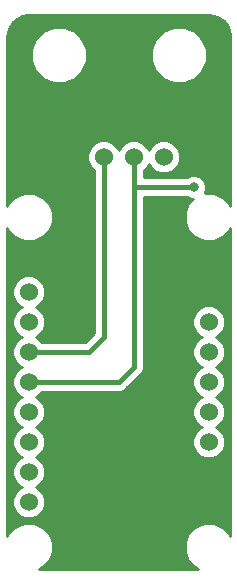
<source format=gbr>
G04 #@! TF.GenerationSoftware,KiCad,Pcbnew,(5.0.2)-1*
G04 #@! TF.CreationDate,2019-04-19T09:33:48-05:00*
G04 #@! TF.ProjectId,LSM9DS1Breakout_Hardware,4c534d39-4453-4314-9272-65616b6f7574,rev?*
G04 #@! TF.SameCoordinates,Original*
G04 #@! TF.FileFunction,Copper,L2,Bot*
G04 #@! TF.FilePolarity,Positive*
%FSLAX46Y46*%
G04 Gerber Fmt 4.6, Leading zero omitted, Abs format (unit mm)*
G04 Created by KiCad (PCBNEW (5.0.2)-1) date 4/19/2019 9:33:48 AM*
%MOMM*%
%LPD*%
G01*
G04 APERTURE LIST*
G04 #@! TA.AperFunction,ComponentPad*
%ADD10C,1.524000*%
G04 #@! TD*
G04 #@! TA.AperFunction,ViaPad*
%ADD11C,0.800000*%
G04 #@! TD*
G04 #@! TA.AperFunction,Conductor*
%ADD12C,0.381000*%
G04 #@! TD*
G04 #@! TA.AperFunction,Conductor*
%ADD13C,0.254000*%
G04 #@! TD*
G04 APERTURE END LIST*
D10*
G04 #@! TO.P,Conn1,1*
G04 #@! TO.N,+5V*
X125730000Y-36830000D03*
G04 #@! TO.P,Conn1,2*
G04 #@! TO.N,SCL*
X128270000Y-36830000D03*
G04 #@! TO.P,Conn1,3*
G04 #@! TO.N,SDA*
X130810000Y-36830000D03*
G04 #@! TO.P,Conn1,4*
G04 #@! TO.N,GND*
X133350000Y-36830000D03*
G04 #@! TD*
G04 #@! TO.P,U1,1*
G04 #@! TO.N,+5V*
X121920000Y-45720000D03*
G04 #@! TO.P,U1,2*
G04 #@! TO.N,Net-(U1-Pad2)*
X121920000Y-48260000D03*
G04 #@! TO.P,U1,3*
G04 #@! TO.N,GND*
X121920000Y-50800000D03*
G04 #@! TO.P,U1,4*
G04 #@! TO.N,SCL*
X121920000Y-53340000D03*
G04 #@! TO.P,U1,5*
G04 #@! TO.N,SDA*
X121920000Y-55880000D03*
G04 #@! TO.P,U1,6*
G04 #@! TO.N,Net-(U1-Pad6)*
X121920000Y-58420000D03*
G04 #@! TO.P,U1,7*
G04 #@! TO.N,Net-(U1-Pad7)*
X121920000Y-60960000D03*
G04 #@! TO.P,U1,8*
G04 #@! TO.N,Net-(U1-Pad8)*
X121920000Y-63500000D03*
G04 #@! TO.P,U1,9*
G04 #@! TO.N,Net-(U1-Pad9)*
X121920000Y-66040000D03*
G04 #@! TO.P,U1,10*
G04 #@! TO.N,Net-(U1-Pad10)*
X137160000Y-50800000D03*
G04 #@! TO.P,U1,11*
G04 #@! TO.N,Net-(U1-Pad11)*
X137160000Y-53340000D03*
G04 #@! TO.P,U1,12*
G04 #@! TO.N,Net-(U1-Pad12)*
X137160000Y-55880000D03*
G04 #@! TO.P,U1,13*
G04 #@! TO.N,Net-(U1-Pad13)*
X137160000Y-58420000D03*
G04 #@! TO.P,U1,14*
G04 #@! TO.N,N/C*
X137160000Y-60960000D03*
G04 #@! TD*
D11*
G04 #@! TO.N,SDA*
X135890000Y-39370000D03*
G04 #@! TD*
D12*
G04 #@! TO.N,SCL*
X127000000Y-53340000D02*
X128270000Y-52070000D01*
X127000000Y-53340000D02*
X121920000Y-53340000D01*
X128270000Y-36830000D02*
X128270000Y-52070000D01*
G04 #@! TO.N,SDA*
X130810000Y-54610000D02*
X129540000Y-55880000D01*
X129540000Y-55880000D02*
X128270000Y-55880000D01*
X128270000Y-55880000D02*
X121920000Y-55880000D01*
X135890000Y-39370000D02*
X130810000Y-39370000D01*
X130810000Y-36830000D02*
X130810000Y-39370000D01*
X130810000Y-39370000D02*
X130810000Y-54610000D01*
G04 #@! TD*
D13*
G04 #@! TO.N,+5V*
G36*
X137613698Y-24902958D02*
X138038893Y-25071305D01*
X138408858Y-25340101D01*
X138700356Y-25692462D01*
X138895067Y-26106244D01*
X138987093Y-26588662D01*
X138990001Y-26681195D01*
X138990001Y-41018142D01*
X138882646Y-40758965D01*
X138311035Y-40187354D01*
X137564190Y-39878000D01*
X136799856Y-39878000D01*
X136925000Y-39575874D01*
X136925000Y-39164126D01*
X136767431Y-38783720D01*
X136476280Y-38492569D01*
X136095874Y-38335000D01*
X135684126Y-38335000D01*
X135303720Y-38492569D01*
X135251789Y-38544500D01*
X131635500Y-38544500D01*
X131635500Y-37980157D01*
X131994320Y-37621337D01*
X132080000Y-37414487D01*
X132165680Y-37621337D01*
X132558663Y-38014320D01*
X133072119Y-38227000D01*
X133627881Y-38227000D01*
X134141337Y-38014320D01*
X134534320Y-37621337D01*
X134747000Y-37107881D01*
X134747000Y-36552119D01*
X134534320Y-36038663D01*
X134141337Y-35645680D01*
X133627881Y-35433000D01*
X133072119Y-35433000D01*
X132558663Y-35645680D01*
X132165680Y-36038663D01*
X132080000Y-36245513D01*
X131994320Y-36038663D01*
X131601337Y-35645680D01*
X131087881Y-35433000D01*
X130532119Y-35433000D01*
X130018663Y-35645680D01*
X129625680Y-36038663D01*
X129540000Y-36245513D01*
X129454320Y-36038663D01*
X129061337Y-35645680D01*
X128547881Y-35433000D01*
X127992119Y-35433000D01*
X127478663Y-35645680D01*
X127085680Y-36038663D01*
X126873000Y-36552119D01*
X126873000Y-37107881D01*
X127085680Y-37621337D01*
X127444500Y-37980157D01*
X127444501Y-51728066D01*
X126658068Y-52514500D01*
X123070157Y-52514500D01*
X122711337Y-52155680D01*
X122504487Y-52070000D01*
X122711337Y-51984320D01*
X123104320Y-51591337D01*
X123317000Y-51077881D01*
X123317000Y-50522119D01*
X123104320Y-50008663D01*
X122711337Y-49615680D01*
X122504487Y-49530000D01*
X122711337Y-49444320D01*
X123104320Y-49051337D01*
X123317000Y-48537881D01*
X123317000Y-47982119D01*
X123104320Y-47468663D01*
X122711337Y-47075680D01*
X122197881Y-46863000D01*
X121642119Y-46863000D01*
X121128663Y-47075680D01*
X120735680Y-47468663D01*
X120523000Y-47982119D01*
X120523000Y-48537881D01*
X120735680Y-49051337D01*
X121128663Y-49444320D01*
X121335513Y-49530000D01*
X121128663Y-49615680D01*
X120735680Y-50008663D01*
X120523000Y-50522119D01*
X120523000Y-51077881D01*
X120735680Y-51591337D01*
X121128663Y-51984320D01*
X121335513Y-52070000D01*
X121128663Y-52155680D01*
X120735680Y-52548663D01*
X120523000Y-53062119D01*
X120523000Y-53617881D01*
X120735680Y-54131337D01*
X121128663Y-54524320D01*
X121335513Y-54610000D01*
X121128663Y-54695680D01*
X120735680Y-55088663D01*
X120523000Y-55602119D01*
X120523000Y-56157881D01*
X120735680Y-56671337D01*
X121128663Y-57064320D01*
X121335513Y-57150000D01*
X121128663Y-57235680D01*
X120735680Y-57628663D01*
X120523000Y-58142119D01*
X120523000Y-58697881D01*
X120735680Y-59211337D01*
X121128663Y-59604320D01*
X121335513Y-59690000D01*
X121128663Y-59775680D01*
X120735680Y-60168663D01*
X120523000Y-60682119D01*
X120523000Y-61237881D01*
X120735680Y-61751337D01*
X121128663Y-62144320D01*
X121335513Y-62230000D01*
X121128663Y-62315680D01*
X120735680Y-62708663D01*
X120523000Y-63222119D01*
X120523000Y-63777881D01*
X120735680Y-64291337D01*
X121128663Y-64684320D01*
X121335513Y-64770000D01*
X121128663Y-64855680D01*
X120735680Y-65248663D01*
X120523000Y-65762119D01*
X120523000Y-66317881D01*
X120735680Y-66831337D01*
X121128663Y-67224320D01*
X121642119Y-67437000D01*
X122197881Y-67437000D01*
X122711337Y-67224320D01*
X123104320Y-66831337D01*
X123317000Y-66317881D01*
X123317000Y-65762119D01*
X123104320Y-65248663D01*
X122711337Y-64855680D01*
X122504487Y-64770000D01*
X122711337Y-64684320D01*
X123104320Y-64291337D01*
X123317000Y-63777881D01*
X123317000Y-63222119D01*
X123104320Y-62708663D01*
X122711337Y-62315680D01*
X122504487Y-62230000D01*
X122711337Y-62144320D01*
X123104320Y-61751337D01*
X123317000Y-61237881D01*
X123317000Y-60682119D01*
X123104320Y-60168663D01*
X122711337Y-59775680D01*
X122504487Y-59690000D01*
X122711337Y-59604320D01*
X123104320Y-59211337D01*
X123317000Y-58697881D01*
X123317000Y-58142119D01*
X123104320Y-57628663D01*
X122711337Y-57235680D01*
X122504487Y-57150000D01*
X122711337Y-57064320D01*
X123070157Y-56705500D01*
X129458699Y-56705500D01*
X129540000Y-56721672D01*
X129621301Y-56705500D01*
X129621303Y-56705500D01*
X129862094Y-56657604D01*
X130135152Y-56475152D01*
X130181209Y-56406223D01*
X131336226Y-55251207D01*
X131405152Y-55205152D01*
X131587604Y-54932094D01*
X131635500Y-54691303D01*
X131635500Y-54691299D01*
X131651671Y-54610001D01*
X131635500Y-54528703D01*
X131635500Y-50522119D01*
X135763000Y-50522119D01*
X135763000Y-51077881D01*
X135975680Y-51591337D01*
X136368663Y-51984320D01*
X136575513Y-52070000D01*
X136368663Y-52155680D01*
X135975680Y-52548663D01*
X135763000Y-53062119D01*
X135763000Y-53617881D01*
X135975680Y-54131337D01*
X136368663Y-54524320D01*
X136575513Y-54610000D01*
X136368663Y-54695680D01*
X135975680Y-55088663D01*
X135763000Y-55602119D01*
X135763000Y-56157881D01*
X135975680Y-56671337D01*
X136368663Y-57064320D01*
X136575513Y-57150000D01*
X136368663Y-57235680D01*
X135975680Y-57628663D01*
X135763000Y-58142119D01*
X135763000Y-58697881D01*
X135975680Y-59211337D01*
X136368663Y-59604320D01*
X136575513Y-59690000D01*
X136368663Y-59775680D01*
X135975680Y-60168663D01*
X135763000Y-60682119D01*
X135763000Y-61237881D01*
X135975680Y-61751337D01*
X136368663Y-62144320D01*
X136882119Y-62357000D01*
X137437881Y-62357000D01*
X137951337Y-62144320D01*
X138344320Y-61751337D01*
X138557000Y-61237881D01*
X138557000Y-60682119D01*
X138344320Y-60168663D01*
X137951337Y-59775680D01*
X137744487Y-59690000D01*
X137951337Y-59604320D01*
X138344320Y-59211337D01*
X138557000Y-58697881D01*
X138557000Y-58142119D01*
X138344320Y-57628663D01*
X137951337Y-57235680D01*
X137744487Y-57150000D01*
X137951337Y-57064320D01*
X138344320Y-56671337D01*
X138557000Y-56157881D01*
X138557000Y-55602119D01*
X138344320Y-55088663D01*
X137951337Y-54695680D01*
X137744487Y-54610000D01*
X137951337Y-54524320D01*
X138344320Y-54131337D01*
X138557000Y-53617881D01*
X138557000Y-53062119D01*
X138344320Y-52548663D01*
X137951337Y-52155680D01*
X137744487Y-52070000D01*
X137951337Y-51984320D01*
X138344320Y-51591337D01*
X138557000Y-51077881D01*
X138557000Y-50522119D01*
X138344320Y-50008663D01*
X137951337Y-49615680D01*
X137437881Y-49403000D01*
X136882119Y-49403000D01*
X136368663Y-49615680D01*
X135975680Y-50008663D01*
X135763000Y-50522119D01*
X131635500Y-50522119D01*
X131635500Y-40195500D01*
X135251789Y-40195500D01*
X135303720Y-40247431D01*
X135684126Y-40405000D01*
X135791319Y-40405000D01*
X135437354Y-40758965D01*
X135128000Y-41505810D01*
X135128000Y-42314190D01*
X135437354Y-43061035D01*
X136008965Y-43632646D01*
X136755810Y-43942000D01*
X137564190Y-43942000D01*
X138311035Y-43632646D01*
X138882646Y-43061035D01*
X138990001Y-42801860D01*
X138990000Y-68958140D01*
X138882646Y-68698965D01*
X138311035Y-68127354D01*
X137564190Y-67818000D01*
X136755810Y-67818000D01*
X136008965Y-68127354D01*
X135437354Y-68698965D01*
X135128000Y-69445810D01*
X135128000Y-70254190D01*
X135437354Y-71001035D01*
X136008965Y-71572646D01*
X136268140Y-71680000D01*
X122811860Y-71680000D01*
X123071035Y-71572646D01*
X123642646Y-71001035D01*
X123952000Y-70254190D01*
X123952000Y-69445810D01*
X123642646Y-68698965D01*
X123071035Y-68127354D01*
X122324190Y-67818000D01*
X121515810Y-67818000D01*
X120768965Y-68127354D01*
X120197354Y-68698965D01*
X120090000Y-68958140D01*
X120090000Y-42801860D01*
X120197354Y-43061035D01*
X120768965Y-43632646D01*
X121515810Y-43942000D01*
X122324190Y-43942000D01*
X123071035Y-43632646D01*
X123642646Y-43061035D01*
X123952000Y-42314190D01*
X123952000Y-41505810D01*
X123642646Y-40758965D01*
X123071035Y-40187354D01*
X122324190Y-39878000D01*
X121515810Y-39878000D01*
X120768965Y-40187354D01*
X120197354Y-40758965D01*
X120090000Y-41018140D01*
X120090000Y-27724567D01*
X122100000Y-27724567D01*
X122100000Y-28663433D01*
X122459289Y-29530833D01*
X123123167Y-30194711D01*
X123990567Y-30554000D01*
X124929433Y-30554000D01*
X125796833Y-30194711D01*
X126460711Y-29530833D01*
X126820000Y-28663433D01*
X126820000Y-27724567D01*
X132260000Y-27724567D01*
X132260000Y-28663433D01*
X132619289Y-29530833D01*
X133283167Y-30194711D01*
X134150567Y-30554000D01*
X135089433Y-30554000D01*
X135956833Y-30194711D01*
X136620711Y-29530833D01*
X136980000Y-28663433D01*
X136980000Y-27724567D01*
X136620711Y-26857167D01*
X135956833Y-26193289D01*
X135089433Y-25834000D01*
X134150567Y-25834000D01*
X133283167Y-26193289D01*
X132619289Y-26857167D01*
X132260000Y-27724567D01*
X126820000Y-27724567D01*
X126460711Y-26857167D01*
X125796833Y-26193289D01*
X124929433Y-25834000D01*
X123990567Y-25834000D01*
X123123167Y-26193289D01*
X122459289Y-26857167D01*
X122100000Y-27724567D01*
X120090000Y-27724567D01*
X120090000Y-26714666D01*
X120152958Y-26216302D01*
X120321305Y-25791107D01*
X120590101Y-25421142D01*
X120942462Y-25129644D01*
X121356244Y-24934933D01*
X121838662Y-24842907D01*
X121931164Y-24840000D01*
X137115334Y-24840000D01*
X137613698Y-24902958D01*
X137613698Y-24902958D01*
G37*
X137613698Y-24902958D02*
X138038893Y-25071305D01*
X138408858Y-25340101D01*
X138700356Y-25692462D01*
X138895067Y-26106244D01*
X138987093Y-26588662D01*
X138990001Y-26681195D01*
X138990001Y-41018142D01*
X138882646Y-40758965D01*
X138311035Y-40187354D01*
X137564190Y-39878000D01*
X136799856Y-39878000D01*
X136925000Y-39575874D01*
X136925000Y-39164126D01*
X136767431Y-38783720D01*
X136476280Y-38492569D01*
X136095874Y-38335000D01*
X135684126Y-38335000D01*
X135303720Y-38492569D01*
X135251789Y-38544500D01*
X131635500Y-38544500D01*
X131635500Y-37980157D01*
X131994320Y-37621337D01*
X132080000Y-37414487D01*
X132165680Y-37621337D01*
X132558663Y-38014320D01*
X133072119Y-38227000D01*
X133627881Y-38227000D01*
X134141337Y-38014320D01*
X134534320Y-37621337D01*
X134747000Y-37107881D01*
X134747000Y-36552119D01*
X134534320Y-36038663D01*
X134141337Y-35645680D01*
X133627881Y-35433000D01*
X133072119Y-35433000D01*
X132558663Y-35645680D01*
X132165680Y-36038663D01*
X132080000Y-36245513D01*
X131994320Y-36038663D01*
X131601337Y-35645680D01*
X131087881Y-35433000D01*
X130532119Y-35433000D01*
X130018663Y-35645680D01*
X129625680Y-36038663D01*
X129540000Y-36245513D01*
X129454320Y-36038663D01*
X129061337Y-35645680D01*
X128547881Y-35433000D01*
X127992119Y-35433000D01*
X127478663Y-35645680D01*
X127085680Y-36038663D01*
X126873000Y-36552119D01*
X126873000Y-37107881D01*
X127085680Y-37621337D01*
X127444500Y-37980157D01*
X127444501Y-51728066D01*
X126658068Y-52514500D01*
X123070157Y-52514500D01*
X122711337Y-52155680D01*
X122504487Y-52070000D01*
X122711337Y-51984320D01*
X123104320Y-51591337D01*
X123317000Y-51077881D01*
X123317000Y-50522119D01*
X123104320Y-50008663D01*
X122711337Y-49615680D01*
X122504487Y-49530000D01*
X122711337Y-49444320D01*
X123104320Y-49051337D01*
X123317000Y-48537881D01*
X123317000Y-47982119D01*
X123104320Y-47468663D01*
X122711337Y-47075680D01*
X122197881Y-46863000D01*
X121642119Y-46863000D01*
X121128663Y-47075680D01*
X120735680Y-47468663D01*
X120523000Y-47982119D01*
X120523000Y-48537881D01*
X120735680Y-49051337D01*
X121128663Y-49444320D01*
X121335513Y-49530000D01*
X121128663Y-49615680D01*
X120735680Y-50008663D01*
X120523000Y-50522119D01*
X120523000Y-51077881D01*
X120735680Y-51591337D01*
X121128663Y-51984320D01*
X121335513Y-52070000D01*
X121128663Y-52155680D01*
X120735680Y-52548663D01*
X120523000Y-53062119D01*
X120523000Y-53617881D01*
X120735680Y-54131337D01*
X121128663Y-54524320D01*
X121335513Y-54610000D01*
X121128663Y-54695680D01*
X120735680Y-55088663D01*
X120523000Y-55602119D01*
X120523000Y-56157881D01*
X120735680Y-56671337D01*
X121128663Y-57064320D01*
X121335513Y-57150000D01*
X121128663Y-57235680D01*
X120735680Y-57628663D01*
X120523000Y-58142119D01*
X120523000Y-58697881D01*
X120735680Y-59211337D01*
X121128663Y-59604320D01*
X121335513Y-59690000D01*
X121128663Y-59775680D01*
X120735680Y-60168663D01*
X120523000Y-60682119D01*
X120523000Y-61237881D01*
X120735680Y-61751337D01*
X121128663Y-62144320D01*
X121335513Y-62230000D01*
X121128663Y-62315680D01*
X120735680Y-62708663D01*
X120523000Y-63222119D01*
X120523000Y-63777881D01*
X120735680Y-64291337D01*
X121128663Y-64684320D01*
X121335513Y-64770000D01*
X121128663Y-64855680D01*
X120735680Y-65248663D01*
X120523000Y-65762119D01*
X120523000Y-66317881D01*
X120735680Y-66831337D01*
X121128663Y-67224320D01*
X121642119Y-67437000D01*
X122197881Y-67437000D01*
X122711337Y-67224320D01*
X123104320Y-66831337D01*
X123317000Y-66317881D01*
X123317000Y-65762119D01*
X123104320Y-65248663D01*
X122711337Y-64855680D01*
X122504487Y-64770000D01*
X122711337Y-64684320D01*
X123104320Y-64291337D01*
X123317000Y-63777881D01*
X123317000Y-63222119D01*
X123104320Y-62708663D01*
X122711337Y-62315680D01*
X122504487Y-62230000D01*
X122711337Y-62144320D01*
X123104320Y-61751337D01*
X123317000Y-61237881D01*
X123317000Y-60682119D01*
X123104320Y-60168663D01*
X122711337Y-59775680D01*
X122504487Y-59690000D01*
X122711337Y-59604320D01*
X123104320Y-59211337D01*
X123317000Y-58697881D01*
X123317000Y-58142119D01*
X123104320Y-57628663D01*
X122711337Y-57235680D01*
X122504487Y-57150000D01*
X122711337Y-57064320D01*
X123070157Y-56705500D01*
X129458699Y-56705500D01*
X129540000Y-56721672D01*
X129621301Y-56705500D01*
X129621303Y-56705500D01*
X129862094Y-56657604D01*
X130135152Y-56475152D01*
X130181209Y-56406223D01*
X131336226Y-55251207D01*
X131405152Y-55205152D01*
X131587604Y-54932094D01*
X131635500Y-54691303D01*
X131635500Y-54691299D01*
X131651671Y-54610001D01*
X131635500Y-54528703D01*
X131635500Y-50522119D01*
X135763000Y-50522119D01*
X135763000Y-51077881D01*
X135975680Y-51591337D01*
X136368663Y-51984320D01*
X136575513Y-52070000D01*
X136368663Y-52155680D01*
X135975680Y-52548663D01*
X135763000Y-53062119D01*
X135763000Y-53617881D01*
X135975680Y-54131337D01*
X136368663Y-54524320D01*
X136575513Y-54610000D01*
X136368663Y-54695680D01*
X135975680Y-55088663D01*
X135763000Y-55602119D01*
X135763000Y-56157881D01*
X135975680Y-56671337D01*
X136368663Y-57064320D01*
X136575513Y-57150000D01*
X136368663Y-57235680D01*
X135975680Y-57628663D01*
X135763000Y-58142119D01*
X135763000Y-58697881D01*
X135975680Y-59211337D01*
X136368663Y-59604320D01*
X136575513Y-59690000D01*
X136368663Y-59775680D01*
X135975680Y-60168663D01*
X135763000Y-60682119D01*
X135763000Y-61237881D01*
X135975680Y-61751337D01*
X136368663Y-62144320D01*
X136882119Y-62357000D01*
X137437881Y-62357000D01*
X137951337Y-62144320D01*
X138344320Y-61751337D01*
X138557000Y-61237881D01*
X138557000Y-60682119D01*
X138344320Y-60168663D01*
X137951337Y-59775680D01*
X137744487Y-59690000D01*
X137951337Y-59604320D01*
X138344320Y-59211337D01*
X138557000Y-58697881D01*
X138557000Y-58142119D01*
X138344320Y-57628663D01*
X137951337Y-57235680D01*
X137744487Y-57150000D01*
X137951337Y-57064320D01*
X138344320Y-56671337D01*
X138557000Y-56157881D01*
X138557000Y-55602119D01*
X138344320Y-55088663D01*
X137951337Y-54695680D01*
X137744487Y-54610000D01*
X137951337Y-54524320D01*
X138344320Y-54131337D01*
X138557000Y-53617881D01*
X138557000Y-53062119D01*
X138344320Y-52548663D01*
X137951337Y-52155680D01*
X137744487Y-52070000D01*
X137951337Y-51984320D01*
X138344320Y-51591337D01*
X138557000Y-51077881D01*
X138557000Y-50522119D01*
X138344320Y-50008663D01*
X137951337Y-49615680D01*
X137437881Y-49403000D01*
X136882119Y-49403000D01*
X136368663Y-49615680D01*
X135975680Y-50008663D01*
X135763000Y-50522119D01*
X131635500Y-50522119D01*
X131635500Y-40195500D01*
X135251789Y-40195500D01*
X135303720Y-40247431D01*
X135684126Y-40405000D01*
X135791319Y-40405000D01*
X135437354Y-40758965D01*
X135128000Y-41505810D01*
X135128000Y-42314190D01*
X135437354Y-43061035D01*
X136008965Y-43632646D01*
X136755810Y-43942000D01*
X137564190Y-43942000D01*
X138311035Y-43632646D01*
X138882646Y-43061035D01*
X138990001Y-42801860D01*
X138990000Y-68958140D01*
X138882646Y-68698965D01*
X138311035Y-68127354D01*
X137564190Y-67818000D01*
X136755810Y-67818000D01*
X136008965Y-68127354D01*
X135437354Y-68698965D01*
X135128000Y-69445810D01*
X135128000Y-70254190D01*
X135437354Y-71001035D01*
X136008965Y-71572646D01*
X136268140Y-71680000D01*
X122811860Y-71680000D01*
X123071035Y-71572646D01*
X123642646Y-71001035D01*
X123952000Y-70254190D01*
X123952000Y-69445810D01*
X123642646Y-68698965D01*
X123071035Y-68127354D01*
X122324190Y-67818000D01*
X121515810Y-67818000D01*
X120768965Y-68127354D01*
X120197354Y-68698965D01*
X120090000Y-68958140D01*
X120090000Y-42801860D01*
X120197354Y-43061035D01*
X120768965Y-43632646D01*
X121515810Y-43942000D01*
X122324190Y-43942000D01*
X123071035Y-43632646D01*
X123642646Y-43061035D01*
X123952000Y-42314190D01*
X123952000Y-41505810D01*
X123642646Y-40758965D01*
X123071035Y-40187354D01*
X122324190Y-39878000D01*
X121515810Y-39878000D01*
X120768965Y-40187354D01*
X120197354Y-40758965D01*
X120090000Y-41018140D01*
X120090000Y-27724567D01*
X122100000Y-27724567D01*
X122100000Y-28663433D01*
X122459289Y-29530833D01*
X123123167Y-30194711D01*
X123990567Y-30554000D01*
X124929433Y-30554000D01*
X125796833Y-30194711D01*
X126460711Y-29530833D01*
X126820000Y-28663433D01*
X126820000Y-27724567D01*
X132260000Y-27724567D01*
X132260000Y-28663433D01*
X132619289Y-29530833D01*
X133283167Y-30194711D01*
X134150567Y-30554000D01*
X135089433Y-30554000D01*
X135956833Y-30194711D01*
X136620711Y-29530833D01*
X136980000Y-28663433D01*
X136980000Y-27724567D01*
X136620711Y-26857167D01*
X135956833Y-26193289D01*
X135089433Y-25834000D01*
X134150567Y-25834000D01*
X133283167Y-26193289D01*
X132619289Y-26857167D01*
X132260000Y-27724567D01*
X126820000Y-27724567D01*
X126460711Y-26857167D01*
X125796833Y-26193289D01*
X124929433Y-25834000D01*
X123990567Y-25834000D01*
X123123167Y-26193289D01*
X122459289Y-26857167D01*
X122100000Y-27724567D01*
X120090000Y-27724567D01*
X120090000Y-26714666D01*
X120152958Y-26216302D01*
X120321305Y-25791107D01*
X120590101Y-25421142D01*
X120942462Y-25129644D01*
X121356244Y-24934933D01*
X121838662Y-24842907D01*
X121931164Y-24840000D01*
X137115334Y-24840000D01*
X137613698Y-24902958D01*
G04 #@! TD*
M02*

</source>
